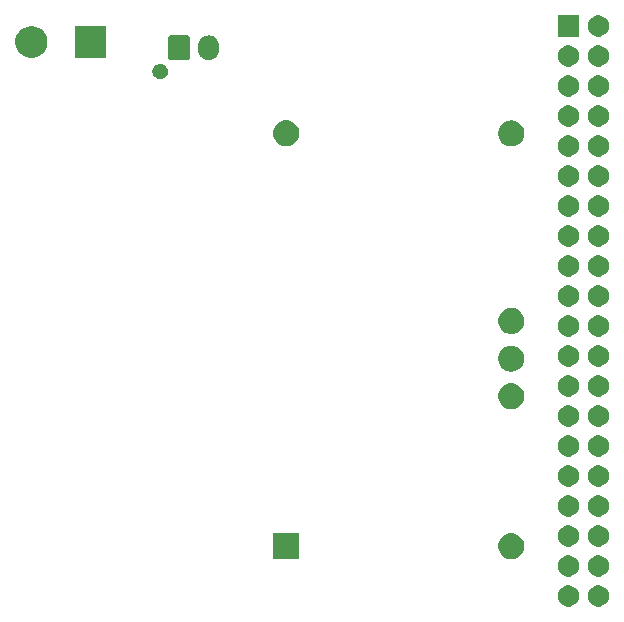
<source format=gbr>
G04 #@! TF.GenerationSoftware,KiCad,Pcbnew,5.1.5-52549c5~84~ubuntu18.04.1*
G04 #@! TF.CreationDate,2020-01-27T13:55:18+13:00*
G04 #@! TF.ProjectId,MOSSbp_Jetson_Nano_Board,4d4f5353-6270-45f4-9a65-74736f6e5f4e,V0.1*
G04 #@! TF.SameCoordinates,Original*
G04 #@! TF.FileFunction,Soldermask,Bot*
G04 #@! TF.FilePolarity,Negative*
%FSLAX46Y46*%
G04 Gerber Fmt 4.6, Leading zero omitted, Abs format (unit mm)*
G04 Created by KiCad (PCBNEW 5.1.5-52549c5~84~ubuntu18.04.1) date 2020-01-27 13:55:18*
%MOMM*%
%LPD*%
G04 APERTURE LIST*
%ADD10C,0.100000*%
G04 APERTURE END LIST*
D10*
G36*
X175113512Y-114263927D02*
G01*
X175262812Y-114293624D01*
X175426784Y-114361544D01*
X175574354Y-114460147D01*
X175699853Y-114585646D01*
X175798456Y-114733216D01*
X175866376Y-114897188D01*
X175901000Y-115071259D01*
X175901000Y-115248741D01*
X175866376Y-115422812D01*
X175798456Y-115586784D01*
X175699853Y-115734354D01*
X175574354Y-115859853D01*
X175426784Y-115958456D01*
X175262812Y-116026376D01*
X175113512Y-116056073D01*
X175088742Y-116061000D01*
X174911258Y-116061000D01*
X174886488Y-116056073D01*
X174737188Y-116026376D01*
X174573216Y-115958456D01*
X174425646Y-115859853D01*
X174300147Y-115734354D01*
X174201544Y-115586784D01*
X174133624Y-115422812D01*
X174099000Y-115248741D01*
X174099000Y-115071259D01*
X174133624Y-114897188D01*
X174201544Y-114733216D01*
X174300147Y-114585646D01*
X174425646Y-114460147D01*
X174573216Y-114361544D01*
X174737188Y-114293624D01*
X174886488Y-114263927D01*
X174911258Y-114259000D01*
X175088742Y-114259000D01*
X175113512Y-114263927D01*
G37*
G36*
X172573512Y-114263927D02*
G01*
X172722812Y-114293624D01*
X172886784Y-114361544D01*
X173034354Y-114460147D01*
X173159853Y-114585646D01*
X173258456Y-114733216D01*
X173326376Y-114897188D01*
X173361000Y-115071259D01*
X173361000Y-115248741D01*
X173326376Y-115422812D01*
X173258456Y-115586784D01*
X173159853Y-115734354D01*
X173034354Y-115859853D01*
X172886784Y-115958456D01*
X172722812Y-116026376D01*
X172573512Y-116056073D01*
X172548742Y-116061000D01*
X172371258Y-116061000D01*
X172346488Y-116056073D01*
X172197188Y-116026376D01*
X172033216Y-115958456D01*
X171885646Y-115859853D01*
X171760147Y-115734354D01*
X171661544Y-115586784D01*
X171593624Y-115422812D01*
X171559000Y-115248741D01*
X171559000Y-115071259D01*
X171593624Y-114897188D01*
X171661544Y-114733216D01*
X171760147Y-114585646D01*
X171885646Y-114460147D01*
X172033216Y-114361544D01*
X172197188Y-114293624D01*
X172346488Y-114263927D01*
X172371258Y-114259000D01*
X172548742Y-114259000D01*
X172573512Y-114263927D01*
G37*
G36*
X175113512Y-111723927D02*
G01*
X175262812Y-111753624D01*
X175426784Y-111821544D01*
X175574354Y-111920147D01*
X175699853Y-112045646D01*
X175798456Y-112193216D01*
X175866376Y-112357188D01*
X175901000Y-112531259D01*
X175901000Y-112708741D01*
X175866376Y-112882812D01*
X175798456Y-113046784D01*
X175699853Y-113194354D01*
X175574354Y-113319853D01*
X175426784Y-113418456D01*
X175262812Y-113486376D01*
X175113512Y-113516073D01*
X175088742Y-113521000D01*
X174911258Y-113521000D01*
X174886488Y-113516073D01*
X174737188Y-113486376D01*
X174573216Y-113418456D01*
X174425646Y-113319853D01*
X174300147Y-113194354D01*
X174201544Y-113046784D01*
X174133624Y-112882812D01*
X174099000Y-112708741D01*
X174099000Y-112531259D01*
X174133624Y-112357188D01*
X174201544Y-112193216D01*
X174300147Y-112045646D01*
X174425646Y-111920147D01*
X174573216Y-111821544D01*
X174737188Y-111753624D01*
X174886488Y-111723927D01*
X174911258Y-111719000D01*
X175088742Y-111719000D01*
X175113512Y-111723927D01*
G37*
G36*
X172573512Y-111723927D02*
G01*
X172722812Y-111753624D01*
X172886784Y-111821544D01*
X173034354Y-111920147D01*
X173159853Y-112045646D01*
X173258456Y-112193216D01*
X173326376Y-112357188D01*
X173361000Y-112531259D01*
X173361000Y-112708741D01*
X173326376Y-112882812D01*
X173258456Y-113046784D01*
X173159853Y-113194354D01*
X173034354Y-113319853D01*
X172886784Y-113418456D01*
X172722812Y-113486376D01*
X172573512Y-113516073D01*
X172548742Y-113521000D01*
X172371258Y-113521000D01*
X172346488Y-113516073D01*
X172197188Y-113486376D01*
X172033216Y-113418456D01*
X171885646Y-113319853D01*
X171760147Y-113194354D01*
X171661544Y-113046784D01*
X171593624Y-112882812D01*
X171559000Y-112708741D01*
X171559000Y-112531259D01*
X171593624Y-112357188D01*
X171661544Y-112193216D01*
X171760147Y-112045646D01*
X171885646Y-111920147D01*
X172033216Y-111821544D01*
X172197188Y-111753624D01*
X172346488Y-111723927D01*
X172371258Y-111719000D01*
X172548742Y-111719000D01*
X172573512Y-111723927D01*
G37*
G36*
X149671000Y-112041000D02*
G01*
X147469000Y-112041000D01*
X147469000Y-109839000D01*
X149671000Y-109839000D01*
X149671000Y-112041000D01*
G37*
G36*
X167834795Y-109860156D02*
G01*
X167941150Y-109881311D01*
X168141520Y-109964307D01*
X168321844Y-110084795D01*
X168475205Y-110238156D01*
X168595693Y-110418480D01*
X168678689Y-110618851D01*
X168721000Y-110831560D01*
X168721000Y-111048440D01*
X168678689Y-111261149D01*
X168595693Y-111461520D01*
X168475205Y-111641844D01*
X168321844Y-111795205D01*
X168141520Y-111915693D01*
X168041334Y-111957191D01*
X167941150Y-111998689D01*
X167834794Y-112019845D01*
X167728440Y-112041000D01*
X167511560Y-112041000D01*
X167405206Y-112019845D01*
X167298850Y-111998689D01*
X167198666Y-111957191D01*
X167098480Y-111915693D01*
X166918156Y-111795205D01*
X166764795Y-111641844D01*
X166644307Y-111461520D01*
X166561311Y-111261149D01*
X166519000Y-111048440D01*
X166519000Y-110831560D01*
X166561311Y-110618851D01*
X166644307Y-110418480D01*
X166764795Y-110238156D01*
X166918156Y-110084795D01*
X167098480Y-109964307D01*
X167298850Y-109881311D01*
X167405205Y-109860156D01*
X167511560Y-109839000D01*
X167728440Y-109839000D01*
X167834795Y-109860156D01*
G37*
G36*
X172573512Y-109183927D02*
G01*
X172722812Y-109213624D01*
X172886784Y-109281544D01*
X173034354Y-109380147D01*
X173159853Y-109505646D01*
X173258456Y-109653216D01*
X173326376Y-109817188D01*
X173361000Y-109991259D01*
X173361000Y-110168741D01*
X173326376Y-110342812D01*
X173258456Y-110506784D01*
X173159853Y-110654354D01*
X173034354Y-110779853D01*
X172886784Y-110878456D01*
X172722812Y-110946376D01*
X172573512Y-110976073D01*
X172548742Y-110981000D01*
X172371258Y-110981000D01*
X172346488Y-110976073D01*
X172197188Y-110946376D01*
X172033216Y-110878456D01*
X171885646Y-110779853D01*
X171760147Y-110654354D01*
X171661544Y-110506784D01*
X171593624Y-110342812D01*
X171559000Y-110168741D01*
X171559000Y-109991259D01*
X171593624Y-109817188D01*
X171661544Y-109653216D01*
X171760147Y-109505646D01*
X171885646Y-109380147D01*
X172033216Y-109281544D01*
X172197188Y-109213624D01*
X172346488Y-109183927D01*
X172371258Y-109179000D01*
X172548742Y-109179000D01*
X172573512Y-109183927D01*
G37*
G36*
X175113512Y-109183927D02*
G01*
X175262812Y-109213624D01*
X175426784Y-109281544D01*
X175574354Y-109380147D01*
X175699853Y-109505646D01*
X175798456Y-109653216D01*
X175866376Y-109817188D01*
X175901000Y-109991259D01*
X175901000Y-110168741D01*
X175866376Y-110342812D01*
X175798456Y-110506784D01*
X175699853Y-110654354D01*
X175574354Y-110779853D01*
X175426784Y-110878456D01*
X175262812Y-110946376D01*
X175113512Y-110976073D01*
X175088742Y-110981000D01*
X174911258Y-110981000D01*
X174886488Y-110976073D01*
X174737188Y-110946376D01*
X174573216Y-110878456D01*
X174425646Y-110779853D01*
X174300147Y-110654354D01*
X174201544Y-110506784D01*
X174133624Y-110342812D01*
X174099000Y-110168741D01*
X174099000Y-109991259D01*
X174133624Y-109817188D01*
X174201544Y-109653216D01*
X174300147Y-109505646D01*
X174425646Y-109380147D01*
X174573216Y-109281544D01*
X174737188Y-109213624D01*
X174886488Y-109183927D01*
X174911258Y-109179000D01*
X175088742Y-109179000D01*
X175113512Y-109183927D01*
G37*
G36*
X172573512Y-106643927D02*
G01*
X172722812Y-106673624D01*
X172886784Y-106741544D01*
X173034354Y-106840147D01*
X173159853Y-106965646D01*
X173258456Y-107113216D01*
X173326376Y-107277188D01*
X173361000Y-107451259D01*
X173361000Y-107628741D01*
X173326376Y-107802812D01*
X173258456Y-107966784D01*
X173159853Y-108114354D01*
X173034354Y-108239853D01*
X172886784Y-108338456D01*
X172722812Y-108406376D01*
X172573512Y-108436073D01*
X172548742Y-108441000D01*
X172371258Y-108441000D01*
X172346488Y-108436073D01*
X172197188Y-108406376D01*
X172033216Y-108338456D01*
X171885646Y-108239853D01*
X171760147Y-108114354D01*
X171661544Y-107966784D01*
X171593624Y-107802812D01*
X171559000Y-107628741D01*
X171559000Y-107451259D01*
X171593624Y-107277188D01*
X171661544Y-107113216D01*
X171760147Y-106965646D01*
X171885646Y-106840147D01*
X172033216Y-106741544D01*
X172197188Y-106673624D01*
X172346488Y-106643927D01*
X172371258Y-106639000D01*
X172548742Y-106639000D01*
X172573512Y-106643927D01*
G37*
G36*
X175113512Y-106643927D02*
G01*
X175262812Y-106673624D01*
X175426784Y-106741544D01*
X175574354Y-106840147D01*
X175699853Y-106965646D01*
X175798456Y-107113216D01*
X175866376Y-107277188D01*
X175901000Y-107451259D01*
X175901000Y-107628741D01*
X175866376Y-107802812D01*
X175798456Y-107966784D01*
X175699853Y-108114354D01*
X175574354Y-108239853D01*
X175426784Y-108338456D01*
X175262812Y-108406376D01*
X175113512Y-108436073D01*
X175088742Y-108441000D01*
X174911258Y-108441000D01*
X174886488Y-108436073D01*
X174737188Y-108406376D01*
X174573216Y-108338456D01*
X174425646Y-108239853D01*
X174300147Y-108114354D01*
X174201544Y-107966784D01*
X174133624Y-107802812D01*
X174099000Y-107628741D01*
X174099000Y-107451259D01*
X174133624Y-107277188D01*
X174201544Y-107113216D01*
X174300147Y-106965646D01*
X174425646Y-106840147D01*
X174573216Y-106741544D01*
X174737188Y-106673624D01*
X174886488Y-106643927D01*
X174911258Y-106639000D01*
X175088742Y-106639000D01*
X175113512Y-106643927D01*
G37*
G36*
X175113512Y-104103927D02*
G01*
X175262812Y-104133624D01*
X175426784Y-104201544D01*
X175574354Y-104300147D01*
X175699853Y-104425646D01*
X175798456Y-104573216D01*
X175866376Y-104737188D01*
X175901000Y-104911259D01*
X175901000Y-105088741D01*
X175866376Y-105262812D01*
X175798456Y-105426784D01*
X175699853Y-105574354D01*
X175574354Y-105699853D01*
X175426784Y-105798456D01*
X175262812Y-105866376D01*
X175113512Y-105896073D01*
X175088742Y-105901000D01*
X174911258Y-105901000D01*
X174886488Y-105896073D01*
X174737188Y-105866376D01*
X174573216Y-105798456D01*
X174425646Y-105699853D01*
X174300147Y-105574354D01*
X174201544Y-105426784D01*
X174133624Y-105262812D01*
X174099000Y-105088741D01*
X174099000Y-104911259D01*
X174133624Y-104737188D01*
X174201544Y-104573216D01*
X174300147Y-104425646D01*
X174425646Y-104300147D01*
X174573216Y-104201544D01*
X174737188Y-104133624D01*
X174886488Y-104103927D01*
X174911258Y-104099000D01*
X175088742Y-104099000D01*
X175113512Y-104103927D01*
G37*
G36*
X172573512Y-104103927D02*
G01*
X172722812Y-104133624D01*
X172886784Y-104201544D01*
X173034354Y-104300147D01*
X173159853Y-104425646D01*
X173258456Y-104573216D01*
X173326376Y-104737188D01*
X173361000Y-104911259D01*
X173361000Y-105088741D01*
X173326376Y-105262812D01*
X173258456Y-105426784D01*
X173159853Y-105574354D01*
X173034354Y-105699853D01*
X172886784Y-105798456D01*
X172722812Y-105866376D01*
X172573512Y-105896073D01*
X172548742Y-105901000D01*
X172371258Y-105901000D01*
X172346488Y-105896073D01*
X172197188Y-105866376D01*
X172033216Y-105798456D01*
X171885646Y-105699853D01*
X171760147Y-105574354D01*
X171661544Y-105426784D01*
X171593624Y-105262812D01*
X171559000Y-105088741D01*
X171559000Y-104911259D01*
X171593624Y-104737188D01*
X171661544Y-104573216D01*
X171760147Y-104425646D01*
X171885646Y-104300147D01*
X172033216Y-104201544D01*
X172197188Y-104133624D01*
X172346488Y-104103927D01*
X172371258Y-104099000D01*
X172548742Y-104099000D01*
X172573512Y-104103927D01*
G37*
G36*
X172573512Y-101563927D02*
G01*
X172722812Y-101593624D01*
X172886784Y-101661544D01*
X173034354Y-101760147D01*
X173159853Y-101885646D01*
X173258456Y-102033216D01*
X173326376Y-102197188D01*
X173361000Y-102371259D01*
X173361000Y-102548741D01*
X173326376Y-102722812D01*
X173258456Y-102886784D01*
X173159853Y-103034354D01*
X173034354Y-103159853D01*
X172886784Y-103258456D01*
X172722812Y-103326376D01*
X172573512Y-103356073D01*
X172548742Y-103361000D01*
X172371258Y-103361000D01*
X172346488Y-103356073D01*
X172197188Y-103326376D01*
X172033216Y-103258456D01*
X171885646Y-103159853D01*
X171760147Y-103034354D01*
X171661544Y-102886784D01*
X171593624Y-102722812D01*
X171559000Y-102548741D01*
X171559000Y-102371259D01*
X171593624Y-102197188D01*
X171661544Y-102033216D01*
X171760147Y-101885646D01*
X171885646Y-101760147D01*
X172033216Y-101661544D01*
X172197188Y-101593624D01*
X172346488Y-101563927D01*
X172371258Y-101559000D01*
X172548742Y-101559000D01*
X172573512Y-101563927D01*
G37*
G36*
X175113512Y-101563927D02*
G01*
X175262812Y-101593624D01*
X175426784Y-101661544D01*
X175574354Y-101760147D01*
X175699853Y-101885646D01*
X175798456Y-102033216D01*
X175866376Y-102197188D01*
X175901000Y-102371259D01*
X175901000Y-102548741D01*
X175866376Y-102722812D01*
X175798456Y-102886784D01*
X175699853Y-103034354D01*
X175574354Y-103159853D01*
X175426784Y-103258456D01*
X175262812Y-103326376D01*
X175113512Y-103356073D01*
X175088742Y-103361000D01*
X174911258Y-103361000D01*
X174886488Y-103356073D01*
X174737188Y-103326376D01*
X174573216Y-103258456D01*
X174425646Y-103159853D01*
X174300147Y-103034354D01*
X174201544Y-102886784D01*
X174133624Y-102722812D01*
X174099000Y-102548741D01*
X174099000Y-102371259D01*
X174133624Y-102197188D01*
X174201544Y-102033216D01*
X174300147Y-101885646D01*
X174425646Y-101760147D01*
X174573216Y-101661544D01*
X174737188Y-101593624D01*
X174886488Y-101563927D01*
X174911258Y-101559000D01*
X175088742Y-101559000D01*
X175113512Y-101563927D01*
G37*
G36*
X172573512Y-99023927D02*
G01*
X172722812Y-99053624D01*
X172886784Y-99121544D01*
X173034354Y-99220147D01*
X173159853Y-99345646D01*
X173258456Y-99493216D01*
X173326376Y-99657188D01*
X173361000Y-99831259D01*
X173361000Y-100008741D01*
X173326376Y-100182812D01*
X173258456Y-100346784D01*
X173159853Y-100494354D01*
X173034354Y-100619853D01*
X172886784Y-100718456D01*
X172722812Y-100786376D01*
X172573512Y-100816073D01*
X172548742Y-100821000D01*
X172371258Y-100821000D01*
X172346488Y-100816073D01*
X172197188Y-100786376D01*
X172033216Y-100718456D01*
X171885646Y-100619853D01*
X171760147Y-100494354D01*
X171661544Y-100346784D01*
X171593624Y-100182812D01*
X171559000Y-100008741D01*
X171559000Y-99831259D01*
X171593624Y-99657188D01*
X171661544Y-99493216D01*
X171760147Y-99345646D01*
X171885646Y-99220147D01*
X172033216Y-99121544D01*
X172197188Y-99053624D01*
X172346488Y-99023927D01*
X172371258Y-99019000D01*
X172548742Y-99019000D01*
X172573512Y-99023927D01*
G37*
G36*
X175113512Y-99023927D02*
G01*
X175262812Y-99053624D01*
X175426784Y-99121544D01*
X175574354Y-99220147D01*
X175699853Y-99345646D01*
X175798456Y-99493216D01*
X175866376Y-99657188D01*
X175901000Y-99831259D01*
X175901000Y-100008741D01*
X175866376Y-100182812D01*
X175798456Y-100346784D01*
X175699853Y-100494354D01*
X175574354Y-100619853D01*
X175426784Y-100718456D01*
X175262812Y-100786376D01*
X175113512Y-100816073D01*
X175088742Y-100821000D01*
X174911258Y-100821000D01*
X174886488Y-100816073D01*
X174737188Y-100786376D01*
X174573216Y-100718456D01*
X174425646Y-100619853D01*
X174300147Y-100494354D01*
X174201544Y-100346784D01*
X174133624Y-100182812D01*
X174099000Y-100008741D01*
X174099000Y-99831259D01*
X174133624Y-99657188D01*
X174201544Y-99493216D01*
X174300147Y-99345646D01*
X174425646Y-99220147D01*
X174573216Y-99121544D01*
X174737188Y-99053624D01*
X174886488Y-99023927D01*
X174911258Y-99019000D01*
X175088742Y-99019000D01*
X175113512Y-99023927D01*
G37*
G36*
X167834795Y-97160156D02*
G01*
X167941150Y-97181311D01*
X168141520Y-97264307D01*
X168321844Y-97384795D01*
X168475205Y-97538156D01*
X168595693Y-97718480D01*
X168678689Y-97918851D01*
X168721000Y-98131560D01*
X168721000Y-98348440D01*
X168678689Y-98561149D01*
X168595693Y-98761520D01*
X168475205Y-98941844D01*
X168321844Y-99095205D01*
X168141520Y-99215693D01*
X167941150Y-99298689D01*
X167834795Y-99319844D01*
X167728440Y-99341000D01*
X167511560Y-99341000D01*
X167405206Y-99319845D01*
X167298850Y-99298689D01*
X167098480Y-99215693D01*
X166918156Y-99095205D01*
X166764795Y-98941844D01*
X166644307Y-98761520D01*
X166561311Y-98561149D01*
X166519000Y-98348440D01*
X166519000Y-98131560D01*
X166561311Y-97918851D01*
X166644307Y-97718480D01*
X166764795Y-97538156D01*
X166918156Y-97384795D01*
X167098480Y-97264307D01*
X167298850Y-97181311D01*
X167405206Y-97160155D01*
X167511560Y-97139000D01*
X167728440Y-97139000D01*
X167834795Y-97160156D01*
G37*
G36*
X175113512Y-96483927D02*
G01*
X175262812Y-96513624D01*
X175426784Y-96581544D01*
X175574354Y-96680147D01*
X175699853Y-96805646D01*
X175798456Y-96953216D01*
X175866376Y-97117188D01*
X175901000Y-97291259D01*
X175901000Y-97468741D01*
X175866376Y-97642812D01*
X175798456Y-97806784D01*
X175699853Y-97954354D01*
X175574354Y-98079853D01*
X175426784Y-98178456D01*
X175262812Y-98246376D01*
X175113512Y-98276073D01*
X175088742Y-98281000D01*
X174911258Y-98281000D01*
X174886488Y-98276073D01*
X174737188Y-98246376D01*
X174573216Y-98178456D01*
X174425646Y-98079853D01*
X174300147Y-97954354D01*
X174201544Y-97806784D01*
X174133624Y-97642812D01*
X174099000Y-97468741D01*
X174099000Y-97291259D01*
X174133624Y-97117188D01*
X174201544Y-96953216D01*
X174300147Y-96805646D01*
X174425646Y-96680147D01*
X174573216Y-96581544D01*
X174737188Y-96513624D01*
X174886488Y-96483927D01*
X174911258Y-96479000D01*
X175088742Y-96479000D01*
X175113512Y-96483927D01*
G37*
G36*
X172573512Y-96483927D02*
G01*
X172722812Y-96513624D01*
X172886784Y-96581544D01*
X173034354Y-96680147D01*
X173159853Y-96805646D01*
X173258456Y-96953216D01*
X173326376Y-97117188D01*
X173361000Y-97291259D01*
X173361000Y-97468741D01*
X173326376Y-97642812D01*
X173258456Y-97806784D01*
X173159853Y-97954354D01*
X173034354Y-98079853D01*
X172886784Y-98178456D01*
X172722812Y-98246376D01*
X172573512Y-98276073D01*
X172548742Y-98281000D01*
X172371258Y-98281000D01*
X172346488Y-98276073D01*
X172197188Y-98246376D01*
X172033216Y-98178456D01*
X171885646Y-98079853D01*
X171760147Y-97954354D01*
X171661544Y-97806784D01*
X171593624Y-97642812D01*
X171559000Y-97468741D01*
X171559000Y-97291259D01*
X171593624Y-97117188D01*
X171661544Y-96953216D01*
X171760147Y-96805646D01*
X171885646Y-96680147D01*
X172033216Y-96581544D01*
X172197188Y-96513624D01*
X172346488Y-96483927D01*
X172371258Y-96479000D01*
X172548742Y-96479000D01*
X172573512Y-96483927D01*
G37*
G36*
X167801959Y-93973624D02*
G01*
X167941150Y-94001311D01*
X168038281Y-94041544D01*
X168141520Y-94084307D01*
X168321844Y-94204795D01*
X168475205Y-94358156D01*
X168595693Y-94538480D01*
X168678689Y-94738851D01*
X168721000Y-94951560D01*
X168721000Y-95168440D01*
X168678689Y-95381149D01*
X168595693Y-95581520D01*
X168475205Y-95761844D01*
X168321844Y-95915205D01*
X168141520Y-96035693D01*
X167941150Y-96118689D01*
X167834795Y-96139844D01*
X167728440Y-96161000D01*
X167511560Y-96161000D01*
X167405205Y-96139844D01*
X167298850Y-96118689D01*
X167198666Y-96077191D01*
X167098480Y-96035693D01*
X166918156Y-95915205D01*
X166764795Y-95761844D01*
X166644307Y-95581520D01*
X166561311Y-95381149D01*
X166519000Y-95168440D01*
X166519000Y-94951560D01*
X166561311Y-94738851D01*
X166644307Y-94538480D01*
X166764795Y-94358156D01*
X166918156Y-94204795D01*
X167098480Y-94084307D01*
X167201719Y-94041544D01*
X167298850Y-94001311D01*
X167438041Y-93973624D01*
X167511560Y-93959000D01*
X167728440Y-93959000D01*
X167801959Y-93973624D01*
G37*
G36*
X175113512Y-93943927D02*
G01*
X175262812Y-93973624D01*
X175426784Y-94041544D01*
X175574354Y-94140147D01*
X175699853Y-94265646D01*
X175798456Y-94413216D01*
X175866376Y-94577188D01*
X175901000Y-94751259D01*
X175901000Y-94928741D01*
X175866376Y-95102812D01*
X175798456Y-95266784D01*
X175699853Y-95414354D01*
X175574354Y-95539853D01*
X175426784Y-95638456D01*
X175262812Y-95706376D01*
X175113512Y-95736073D01*
X175088742Y-95741000D01*
X174911258Y-95741000D01*
X174886488Y-95736073D01*
X174737188Y-95706376D01*
X174573216Y-95638456D01*
X174425646Y-95539853D01*
X174300147Y-95414354D01*
X174201544Y-95266784D01*
X174133624Y-95102812D01*
X174099000Y-94928741D01*
X174099000Y-94751259D01*
X174133624Y-94577188D01*
X174201544Y-94413216D01*
X174300147Y-94265646D01*
X174425646Y-94140147D01*
X174573216Y-94041544D01*
X174737188Y-93973624D01*
X174886488Y-93943927D01*
X174911258Y-93939000D01*
X175088742Y-93939000D01*
X175113512Y-93943927D01*
G37*
G36*
X172573512Y-93943927D02*
G01*
X172722812Y-93973624D01*
X172886784Y-94041544D01*
X173034354Y-94140147D01*
X173159853Y-94265646D01*
X173258456Y-94413216D01*
X173326376Y-94577188D01*
X173361000Y-94751259D01*
X173361000Y-94928741D01*
X173326376Y-95102812D01*
X173258456Y-95266784D01*
X173159853Y-95414354D01*
X173034354Y-95539853D01*
X172886784Y-95638456D01*
X172722812Y-95706376D01*
X172573512Y-95736073D01*
X172548742Y-95741000D01*
X172371258Y-95741000D01*
X172346488Y-95736073D01*
X172197188Y-95706376D01*
X172033216Y-95638456D01*
X171885646Y-95539853D01*
X171760147Y-95414354D01*
X171661544Y-95266784D01*
X171593624Y-95102812D01*
X171559000Y-94928741D01*
X171559000Y-94751259D01*
X171593624Y-94577188D01*
X171661544Y-94413216D01*
X171760147Y-94265646D01*
X171885646Y-94140147D01*
X172033216Y-94041544D01*
X172197188Y-93973624D01*
X172346488Y-93943927D01*
X172371258Y-93939000D01*
X172548742Y-93939000D01*
X172573512Y-93943927D01*
G37*
G36*
X172573512Y-91403927D02*
G01*
X172722812Y-91433624D01*
X172886784Y-91501544D01*
X173034354Y-91600147D01*
X173159853Y-91725646D01*
X173258456Y-91873216D01*
X173326376Y-92037188D01*
X173361000Y-92211259D01*
X173361000Y-92388741D01*
X173326376Y-92562812D01*
X173258456Y-92726784D01*
X173159853Y-92874354D01*
X173034354Y-92999853D01*
X172886784Y-93098456D01*
X172722812Y-93166376D01*
X172573512Y-93196073D01*
X172548742Y-93201000D01*
X172371258Y-93201000D01*
X172346488Y-93196073D01*
X172197188Y-93166376D01*
X172033216Y-93098456D01*
X171885646Y-92999853D01*
X171760147Y-92874354D01*
X171661544Y-92726784D01*
X171593624Y-92562812D01*
X171559000Y-92388741D01*
X171559000Y-92211259D01*
X171593624Y-92037188D01*
X171661544Y-91873216D01*
X171760147Y-91725646D01*
X171885646Y-91600147D01*
X172033216Y-91501544D01*
X172197188Y-91433624D01*
X172346488Y-91403927D01*
X172371258Y-91399000D01*
X172548742Y-91399000D01*
X172573512Y-91403927D01*
G37*
G36*
X175113512Y-91403927D02*
G01*
X175262812Y-91433624D01*
X175426784Y-91501544D01*
X175574354Y-91600147D01*
X175699853Y-91725646D01*
X175798456Y-91873216D01*
X175866376Y-92037188D01*
X175901000Y-92211259D01*
X175901000Y-92388741D01*
X175866376Y-92562812D01*
X175798456Y-92726784D01*
X175699853Y-92874354D01*
X175574354Y-92999853D01*
X175426784Y-93098456D01*
X175262812Y-93166376D01*
X175113512Y-93196073D01*
X175088742Y-93201000D01*
X174911258Y-93201000D01*
X174886488Y-93196073D01*
X174737188Y-93166376D01*
X174573216Y-93098456D01*
X174425646Y-92999853D01*
X174300147Y-92874354D01*
X174201544Y-92726784D01*
X174133624Y-92562812D01*
X174099000Y-92388741D01*
X174099000Y-92211259D01*
X174133624Y-92037188D01*
X174201544Y-91873216D01*
X174300147Y-91725646D01*
X174425646Y-91600147D01*
X174573216Y-91501544D01*
X174737188Y-91433624D01*
X174886488Y-91403927D01*
X174911258Y-91399000D01*
X175088742Y-91399000D01*
X175113512Y-91403927D01*
G37*
G36*
X167844795Y-90800156D02*
G01*
X167951150Y-90821311D01*
X168151520Y-90904307D01*
X168331844Y-91024795D01*
X168485205Y-91178156D01*
X168605693Y-91358480D01*
X168636819Y-91433625D01*
X168688689Y-91558850D01*
X168731000Y-91771561D01*
X168731000Y-91988439D01*
X168688689Y-92201150D01*
X168605693Y-92401520D01*
X168485205Y-92581844D01*
X168331844Y-92735205D01*
X168151520Y-92855693D01*
X168106468Y-92874354D01*
X167951150Y-92938689D01*
X167844795Y-92959844D01*
X167738440Y-92981000D01*
X167521560Y-92981000D01*
X167415205Y-92959844D01*
X167308850Y-92938689D01*
X167153532Y-92874354D01*
X167108480Y-92855693D01*
X166928156Y-92735205D01*
X166774795Y-92581844D01*
X166654307Y-92401520D01*
X166571311Y-92201150D01*
X166529000Y-91988439D01*
X166529000Y-91771561D01*
X166571311Y-91558850D01*
X166623181Y-91433625D01*
X166654307Y-91358480D01*
X166774795Y-91178156D01*
X166928156Y-91024795D01*
X167108480Y-90904307D01*
X167208666Y-90862809D01*
X167308850Y-90821311D01*
X167415206Y-90800155D01*
X167521560Y-90779000D01*
X167738440Y-90779000D01*
X167844795Y-90800156D01*
G37*
G36*
X172573512Y-88863927D02*
G01*
X172722812Y-88893624D01*
X172886784Y-88961544D01*
X173034354Y-89060147D01*
X173159853Y-89185646D01*
X173258456Y-89333216D01*
X173326376Y-89497188D01*
X173361000Y-89671259D01*
X173361000Y-89848741D01*
X173326376Y-90022812D01*
X173258456Y-90186784D01*
X173159853Y-90334354D01*
X173034354Y-90459853D01*
X172886784Y-90558456D01*
X172722812Y-90626376D01*
X172573512Y-90656073D01*
X172548742Y-90661000D01*
X172371258Y-90661000D01*
X172346488Y-90656073D01*
X172197188Y-90626376D01*
X172033216Y-90558456D01*
X171885646Y-90459853D01*
X171760147Y-90334354D01*
X171661544Y-90186784D01*
X171593624Y-90022812D01*
X171559000Y-89848741D01*
X171559000Y-89671259D01*
X171593624Y-89497188D01*
X171661544Y-89333216D01*
X171760147Y-89185646D01*
X171885646Y-89060147D01*
X172033216Y-88961544D01*
X172197188Y-88893624D01*
X172346488Y-88863927D01*
X172371258Y-88859000D01*
X172548742Y-88859000D01*
X172573512Y-88863927D01*
G37*
G36*
X175113512Y-88863927D02*
G01*
X175262812Y-88893624D01*
X175426784Y-88961544D01*
X175574354Y-89060147D01*
X175699853Y-89185646D01*
X175798456Y-89333216D01*
X175866376Y-89497188D01*
X175901000Y-89671259D01*
X175901000Y-89848741D01*
X175866376Y-90022812D01*
X175798456Y-90186784D01*
X175699853Y-90334354D01*
X175574354Y-90459853D01*
X175426784Y-90558456D01*
X175262812Y-90626376D01*
X175113512Y-90656073D01*
X175088742Y-90661000D01*
X174911258Y-90661000D01*
X174886488Y-90656073D01*
X174737188Y-90626376D01*
X174573216Y-90558456D01*
X174425646Y-90459853D01*
X174300147Y-90334354D01*
X174201544Y-90186784D01*
X174133624Y-90022812D01*
X174099000Y-89848741D01*
X174099000Y-89671259D01*
X174133624Y-89497188D01*
X174201544Y-89333216D01*
X174300147Y-89185646D01*
X174425646Y-89060147D01*
X174573216Y-88961544D01*
X174737188Y-88893624D01*
X174886488Y-88863927D01*
X174911258Y-88859000D01*
X175088742Y-88859000D01*
X175113512Y-88863927D01*
G37*
G36*
X175113512Y-86323927D02*
G01*
X175262812Y-86353624D01*
X175426784Y-86421544D01*
X175574354Y-86520147D01*
X175699853Y-86645646D01*
X175798456Y-86793216D01*
X175866376Y-86957188D01*
X175901000Y-87131259D01*
X175901000Y-87308741D01*
X175866376Y-87482812D01*
X175798456Y-87646784D01*
X175699853Y-87794354D01*
X175574354Y-87919853D01*
X175426784Y-88018456D01*
X175262812Y-88086376D01*
X175113512Y-88116073D01*
X175088742Y-88121000D01*
X174911258Y-88121000D01*
X174886488Y-88116073D01*
X174737188Y-88086376D01*
X174573216Y-88018456D01*
X174425646Y-87919853D01*
X174300147Y-87794354D01*
X174201544Y-87646784D01*
X174133624Y-87482812D01*
X174099000Y-87308741D01*
X174099000Y-87131259D01*
X174133624Y-86957188D01*
X174201544Y-86793216D01*
X174300147Y-86645646D01*
X174425646Y-86520147D01*
X174573216Y-86421544D01*
X174737188Y-86353624D01*
X174886488Y-86323927D01*
X174911258Y-86319000D01*
X175088742Y-86319000D01*
X175113512Y-86323927D01*
G37*
G36*
X172573512Y-86323927D02*
G01*
X172722812Y-86353624D01*
X172886784Y-86421544D01*
X173034354Y-86520147D01*
X173159853Y-86645646D01*
X173258456Y-86793216D01*
X173326376Y-86957188D01*
X173361000Y-87131259D01*
X173361000Y-87308741D01*
X173326376Y-87482812D01*
X173258456Y-87646784D01*
X173159853Y-87794354D01*
X173034354Y-87919853D01*
X172886784Y-88018456D01*
X172722812Y-88086376D01*
X172573512Y-88116073D01*
X172548742Y-88121000D01*
X172371258Y-88121000D01*
X172346488Y-88116073D01*
X172197188Y-88086376D01*
X172033216Y-88018456D01*
X171885646Y-87919853D01*
X171760147Y-87794354D01*
X171661544Y-87646784D01*
X171593624Y-87482812D01*
X171559000Y-87308741D01*
X171559000Y-87131259D01*
X171593624Y-86957188D01*
X171661544Y-86793216D01*
X171760147Y-86645646D01*
X171885646Y-86520147D01*
X172033216Y-86421544D01*
X172197188Y-86353624D01*
X172346488Y-86323927D01*
X172371258Y-86319000D01*
X172548742Y-86319000D01*
X172573512Y-86323927D01*
G37*
G36*
X175113512Y-83783927D02*
G01*
X175262812Y-83813624D01*
X175426784Y-83881544D01*
X175574354Y-83980147D01*
X175699853Y-84105646D01*
X175798456Y-84253216D01*
X175866376Y-84417188D01*
X175901000Y-84591259D01*
X175901000Y-84768741D01*
X175866376Y-84942812D01*
X175798456Y-85106784D01*
X175699853Y-85254354D01*
X175574354Y-85379853D01*
X175426784Y-85478456D01*
X175262812Y-85546376D01*
X175113512Y-85576073D01*
X175088742Y-85581000D01*
X174911258Y-85581000D01*
X174886488Y-85576073D01*
X174737188Y-85546376D01*
X174573216Y-85478456D01*
X174425646Y-85379853D01*
X174300147Y-85254354D01*
X174201544Y-85106784D01*
X174133624Y-84942812D01*
X174099000Y-84768741D01*
X174099000Y-84591259D01*
X174133624Y-84417188D01*
X174201544Y-84253216D01*
X174300147Y-84105646D01*
X174425646Y-83980147D01*
X174573216Y-83881544D01*
X174737188Y-83813624D01*
X174886488Y-83783927D01*
X174911258Y-83779000D01*
X175088742Y-83779000D01*
X175113512Y-83783927D01*
G37*
G36*
X172573512Y-83783927D02*
G01*
X172722812Y-83813624D01*
X172886784Y-83881544D01*
X173034354Y-83980147D01*
X173159853Y-84105646D01*
X173258456Y-84253216D01*
X173326376Y-84417188D01*
X173361000Y-84591259D01*
X173361000Y-84768741D01*
X173326376Y-84942812D01*
X173258456Y-85106784D01*
X173159853Y-85254354D01*
X173034354Y-85379853D01*
X172886784Y-85478456D01*
X172722812Y-85546376D01*
X172573512Y-85576073D01*
X172548742Y-85581000D01*
X172371258Y-85581000D01*
X172346488Y-85576073D01*
X172197188Y-85546376D01*
X172033216Y-85478456D01*
X171885646Y-85379853D01*
X171760147Y-85254354D01*
X171661544Y-85106784D01*
X171593624Y-84942812D01*
X171559000Y-84768741D01*
X171559000Y-84591259D01*
X171593624Y-84417188D01*
X171661544Y-84253216D01*
X171760147Y-84105646D01*
X171885646Y-83980147D01*
X172033216Y-83881544D01*
X172197188Y-83813624D01*
X172346488Y-83783927D01*
X172371258Y-83779000D01*
X172548742Y-83779000D01*
X172573512Y-83783927D01*
G37*
G36*
X175113512Y-81243927D02*
G01*
X175262812Y-81273624D01*
X175426784Y-81341544D01*
X175574354Y-81440147D01*
X175699853Y-81565646D01*
X175798456Y-81713216D01*
X175866376Y-81877188D01*
X175901000Y-82051259D01*
X175901000Y-82228741D01*
X175866376Y-82402812D01*
X175798456Y-82566784D01*
X175699853Y-82714354D01*
X175574354Y-82839853D01*
X175426784Y-82938456D01*
X175262812Y-83006376D01*
X175113512Y-83036073D01*
X175088742Y-83041000D01*
X174911258Y-83041000D01*
X174886488Y-83036073D01*
X174737188Y-83006376D01*
X174573216Y-82938456D01*
X174425646Y-82839853D01*
X174300147Y-82714354D01*
X174201544Y-82566784D01*
X174133624Y-82402812D01*
X174099000Y-82228741D01*
X174099000Y-82051259D01*
X174133624Y-81877188D01*
X174201544Y-81713216D01*
X174300147Y-81565646D01*
X174425646Y-81440147D01*
X174573216Y-81341544D01*
X174737188Y-81273624D01*
X174886488Y-81243927D01*
X174911258Y-81239000D01*
X175088742Y-81239000D01*
X175113512Y-81243927D01*
G37*
G36*
X172573512Y-81243927D02*
G01*
X172722812Y-81273624D01*
X172886784Y-81341544D01*
X173034354Y-81440147D01*
X173159853Y-81565646D01*
X173258456Y-81713216D01*
X173326376Y-81877188D01*
X173361000Y-82051259D01*
X173361000Y-82228741D01*
X173326376Y-82402812D01*
X173258456Y-82566784D01*
X173159853Y-82714354D01*
X173034354Y-82839853D01*
X172886784Y-82938456D01*
X172722812Y-83006376D01*
X172573512Y-83036073D01*
X172548742Y-83041000D01*
X172371258Y-83041000D01*
X172346488Y-83036073D01*
X172197188Y-83006376D01*
X172033216Y-82938456D01*
X171885646Y-82839853D01*
X171760147Y-82714354D01*
X171661544Y-82566784D01*
X171593624Y-82402812D01*
X171559000Y-82228741D01*
X171559000Y-82051259D01*
X171593624Y-81877188D01*
X171661544Y-81713216D01*
X171760147Y-81565646D01*
X171885646Y-81440147D01*
X172033216Y-81341544D01*
X172197188Y-81273624D01*
X172346488Y-81243927D01*
X172371258Y-81239000D01*
X172548742Y-81239000D01*
X172573512Y-81243927D01*
G37*
G36*
X172573512Y-78703927D02*
G01*
X172722812Y-78733624D01*
X172886784Y-78801544D01*
X173034354Y-78900147D01*
X173159853Y-79025646D01*
X173258456Y-79173216D01*
X173326376Y-79337188D01*
X173361000Y-79511259D01*
X173361000Y-79688741D01*
X173326376Y-79862812D01*
X173258456Y-80026784D01*
X173159853Y-80174354D01*
X173034354Y-80299853D01*
X172886784Y-80398456D01*
X172722812Y-80466376D01*
X172573512Y-80496073D01*
X172548742Y-80501000D01*
X172371258Y-80501000D01*
X172346488Y-80496073D01*
X172197188Y-80466376D01*
X172033216Y-80398456D01*
X171885646Y-80299853D01*
X171760147Y-80174354D01*
X171661544Y-80026784D01*
X171593624Y-79862812D01*
X171559000Y-79688741D01*
X171559000Y-79511259D01*
X171593624Y-79337188D01*
X171661544Y-79173216D01*
X171760147Y-79025646D01*
X171885646Y-78900147D01*
X172033216Y-78801544D01*
X172197188Y-78733624D01*
X172346488Y-78703927D01*
X172371258Y-78699000D01*
X172548742Y-78699000D01*
X172573512Y-78703927D01*
G37*
G36*
X175113512Y-78703927D02*
G01*
X175262812Y-78733624D01*
X175426784Y-78801544D01*
X175574354Y-78900147D01*
X175699853Y-79025646D01*
X175798456Y-79173216D01*
X175866376Y-79337188D01*
X175901000Y-79511259D01*
X175901000Y-79688741D01*
X175866376Y-79862812D01*
X175798456Y-80026784D01*
X175699853Y-80174354D01*
X175574354Y-80299853D01*
X175426784Y-80398456D01*
X175262812Y-80466376D01*
X175113512Y-80496073D01*
X175088742Y-80501000D01*
X174911258Y-80501000D01*
X174886488Y-80496073D01*
X174737188Y-80466376D01*
X174573216Y-80398456D01*
X174425646Y-80299853D01*
X174300147Y-80174354D01*
X174201544Y-80026784D01*
X174133624Y-79862812D01*
X174099000Y-79688741D01*
X174099000Y-79511259D01*
X174133624Y-79337188D01*
X174201544Y-79173216D01*
X174300147Y-79025646D01*
X174425646Y-78900147D01*
X174573216Y-78801544D01*
X174737188Y-78733624D01*
X174886488Y-78703927D01*
X174911258Y-78699000D01*
X175088742Y-78699000D01*
X175113512Y-78703927D01*
G37*
G36*
X172573512Y-76163927D02*
G01*
X172722812Y-76193624D01*
X172886784Y-76261544D01*
X173034354Y-76360147D01*
X173159853Y-76485646D01*
X173258456Y-76633216D01*
X173326376Y-76797188D01*
X173361000Y-76971259D01*
X173361000Y-77148741D01*
X173326376Y-77322812D01*
X173258456Y-77486784D01*
X173159853Y-77634354D01*
X173034354Y-77759853D01*
X172886784Y-77858456D01*
X172722812Y-77926376D01*
X172573512Y-77956073D01*
X172548742Y-77961000D01*
X172371258Y-77961000D01*
X172346488Y-77956073D01*
X172197188Y-77926376D01*
X172033216Y-77858456D01*
X171885646Y-77759853D01*
X171760147Y-77634354D01*
X171661544Y-77486784D01*
X171593624Y-77322812D01*
X171559000Y-77148741D01*
X171559000Y-76971259D01*
X171593624Y-76797188D01*
X171661544Y-76633216D01*
X171760147Y-76485646D01*
X171885646Y-76360147D01*
X172033216Y-76261544D01*
X172197188Y-76193624D01*
X172346488Y-76163927D01*
X172371258Y-76159000D01*
X172548742Y-76159000D01*
X172573512Y-76163927D01*
G37*
G36*
X175113512Y-76163927D02*
G01*
X175262812Y-76193624D01*
X175426784Y-76261544D01*
X175574354Y-76360147D01*
X175699853Y-76485646D01*
X175798456Y-76633216D01*
X175866376Y-76797188D01*
X175901000Y-76971259D01*
X175901000Y-77148741D01*
X175866376Y-77322812D01*
X175798456Y-77486784D01*
X175699853Y-77634354D01*
X175574354Y-77759853D01*
X175426784Y-77858456D01*
X175262812Y-77926376D01*
X175113512Y-77956073D01*
X175088742Y-77961000D01*
X174911258Y-77961000D01*
X174886488Y-77956073D01*
X174737188Y-77926376D01*
X174573216Y-77858456D01*
X174425646Y-77759853D01*
X174300147Y-77634354D01*
X174201544Y-77486784D01*
X174133624Y-77322812D01*
X174099000Y-77148741D01*
X174099000Y-76971259D01*
X174133624Y-76797188D01*
X174201544Y-76633216D01*
X174300147Y-76485646D01*
X174425646Y-76360147D01*
X174573216Y-76261544D01*
X174737188Y-76193624D01*
X174886488Y-76163927D01*
X174911258Y-76159000D01*
X175088742Y-76159000D01*
X175113512Y-76163927D01*
G37*
G36*
X167834794Y-74920155D02*
G01*
X167941150Y-74941311D01*
X168141520Y-75024307D01*
X168321844Y-75144795D01*
X168475205Y-75298156D01*
X168595693Y-75478480D01*
X168595693Y-75478481D01*
X168670405Y-75658850D01*
X168678689Y-75678851D01*
X168721000Y-75891560D01*
X168721000Y-76108440D01*
X168678689Y-76321149D01*
X168595693Y-76521520D01*
X168475205Y-76701844D01*
X168321844Y-76855205D01*
X168141520Y-76975693D01*
X168041334Y-77017191D01*
X167941150Y-77058689D01*
X167834794Y-77079845D01*
X167728440Y-77101000D01*
X167511560Y-77101000D01*
X167405205Y-77079844D01*
X167298850Y-77058689D01*
X167198666Y-77017191D01*
X167098480Y-76975693D01*
X166918156Y-76855205D01*
X166764795Y-76701844D01*
X166644307Y-76521520D01*
X166561311Y-76321149D01*
X166519000Y-76108440D01*
X166519000Y-75891560D01*
X166561311Y-75678851D01*
X166569596Y-75658850D01*
X166644307Y-75478481D01*
X166644307Y-75478480D01*
X166764795Y-75298156D01*
X166918156Y-75144795D01*
X167098480Y-75024307D01*
X167298850Y-74941311D01*
X167405205Y-74920156D01*
X167511560Y-74899000D01*
X167728440Y-74899000D01*
X167834794Y-74920155D01*
G37*
G36*
X148768985Y-74899000D02*
G01*
X148881150Y-74921311D01*
X148942642Y-74946782D01*
X149081520Y-75004307D01*
X149261844Y-75124795D01*
X149415205Y-75278156D01*
X149535693Y-75458480D01*
X149618689Y-75658851D01*
X149661000Y-75871560D01*
X149661000Y-76088440D01*
X149640077Y-76193624D01*
X149618689Y-76301150D01*
X149594251Y-76360148D01*
X149535693Y-76501520D01*
X149415205Y-76681844D01*
X149261844Y-76835205D01*
X149081520Y-76955693D01*
X148981334Y-76997191D01*
X148881150Y-77038689D01*
X148780604Y-77058689D01*
X148668440Y-77081000D01*
X148451560Y-77081000D01*
X148339396Y-77058689D01*
X148238850Y-77038689D01*
X148138666Y-76997191D01*
X148038480Y-76955693D01*
X147858156Y-76835205D01*
X147704795Y-76681844D01*
X147584307Y-76501520D01*
X147525749Y-76360148D01*
X147501311Y-76301150D01*
X147479923Y-76193624D01*
X147459000Y-76088440D01*
X147459000Y-75871560D01*
X147501311Y-75658851D01*
X147584307Y-75458480D01*
X147704795Y-75278156D01*
X147858156Y-75124795D01*
X148038480Y-75004307D01*
X148177358Y-74946782D01*
X148238850Y-74921311D01*
X148351015Y-74899000D01*
X148451560Y-74879000D01*
X148668440Y-74879000D01*
X148768985Y-74899000D01*
G37*
G36*
X172573512Y-73623927D02*
G01*
X172722812Y-73653624D01*
X172886784Y-73721544D01*
X173034354Y-73820147D01*
X173159853Y-73945646D01*
X173258456Y-74093216D01*
X173326376Y-74257188D01*
X173361000Y-74431259D01*
X173361000Y-74608741D01*
X173326376Y-74782812D01*
X173258456Y-74946784D01*
X173159853Y-75094354D01*
X173034354Y-75219853D01*
X172886784Y-75318456D01*
X172722812Y-75386376D01*
X172573512Y-75416073D01*
X172548742Y-75421000D01*
X172371258Y-75421000D01*
X172346488Y-75416073D01*
X172197188Y-75386376D01*
X172033216Y-75318456D01*
X171885646Y-75219853D01*
X171760147Y-75094354D01*
X171661544Y-74946784D01*
X171593624Y-74782812D01*
X171559000Y-74608741D01*
X171559000Y-74431259D01*
X171593624Y-74257188D01*
X171661544Y-74093216D01*
X171760147Y-73945646D01*
X171885646Y-73820147D01*
X172033216Y-73721544D01*
X172197188Y-73653624D01*
X172346488Y-73623927D01*
X172371258Y-73619000D01*
X172548742Y-73619000D01*
X172573512Y-73623927D01*
G37*
G36*
X175113512Y-73623927D02*
G01*
X175262812Y-73653624D01*
X175426784Y-73721544D01*
X175574354Y-73820147D01*
X175699853Y-73945646D01*
X175798456Y-74093216D01*
X175866376Y-74257188D01*
X175901000Y-74431259D01*
X175901000Y-74608741D01*
X175866376Y-74782812D01*
X175798456Y-74946784D01*
X175699853Y-75094354D01*
X175574354Y-75219853D01*
X175426784Y-75318456D01*
X175262812Y-75386376D01*
X175113512Y-75416073D01*
X175088742Y-75421000D01*
X174911258Y-75421000D01*
X174886488Y-75416073D01*
X174737188Y-75386376D01*
X174573216Y-75318456D01*
X174425646Y-75219853D01*
X174300147Y-75094354D01*
X174201544Y-74946784D01*
X174133624Y-74782812D01*
X174099000Y-74608741D01*
X174099000Y-74431259D01*
X174133624Y-74257188D01*
X174201544Y-74093216D01*
X174300147Y-73945646D01*
X174425646Y-73820147D01*
X174573216Y-73721544D01*
X174737188Y-73653624D01*
X174886488Y-73623927D01*
X174911258Y-73619000D01*
X175088742Y-73619000D01*
X175113512Y-73623927D01*
G37*
G36*
X172573512Y-71083927D02*
G01*
X172722812Y-71113624D01*
X172886784Y-71181544D01*
X173034354Y-71280147D01*
X173159853Y-71405646D01*
X173258456Y-71553216D01*
X173326376Y-71717188D01*
X173361000Y-71891259D01*
X173361000Y-72068741D01*
X173326376Y-72242812D01*
X173258456Y-72406784D01*
X173159853Y-72554354D01*
X173034354Y-72679853D01*
X172886784Y-72778456D01*
X172722812Y-72846376D01*
X172573512Y-72876073D01*
X172548742Y-72881000D01*
X172371258Y-72881000D01*
X172346488Y-72876073D01*
X172197188Y-72846376D01*
X172033216Y-72778456D01*
X171885646Y-72679853D01*
X171760147Y-72554354D01*
X171661544Y-72406784D01*
X171593624Y-72242812D01*
X171559000Y-72068741D01*
X171559000Y-71891259D01*
X171593624Y-71717188D01*
X171661544Y-71553216D01*
X171760147Y-71405646D01*
X171885646Y-71280147D01*
X172033216Y-71181544D01*
X172197188Y-71113624D01*
X172346488Y-71083927D01*
X172371258Y-71079000D01*
X172548742Y-71079000D01*
X172573512Y-71083927D01*
G37*
G36*
X175113512Y-71083927D02*
G01*
X175262812Y-71113624D01*
X175426784Y-71181544D01*
X175574354Y-71280147D01*
X175699853Y-71405646D01*
X175798456Y-71553216D01*
X175866376Y-71717188D01*
X175901000Y-71891259D01*
X175901000Y-72068741D01*
X175866376Y-72242812D01*
X175798456Y-72406784D01*
X175699853Y-72554354D01*
X175574354Y-72679853D01*
X175426784Y-72778456D01*
X175262812Y-72846376D01*
X175113512Y-72876073D01*
X175088742Y-72881000D01*
X174911258Y-72881000D01*
X174886488Y-72876073D01*
X174737188Y-72846376D01*
X174573216Y-72778456D01*
X174425646Y-72679853D01*
X174300147Y-72554354D01*
X174201544Y-72406784D01*
X174133624Y-72242812D01*
X174099000Y-72068741D01*
X174099000Y-71891259D01*
X174133624Y-71717188D01*
X174201544Y-71553216D01*
X174300147Y-71405646D01*
X174425646Y-71280147D01*
X174573216Y-71181544D01*
X174737188Y-71113624D01*
X174886488Y-71083927D01*
X174911258Y-71079000D01*
X175088742Y-71079000D01*
X175113512Y-71083927D01*
G37*
G36*
X138089890Y-70124017D02*
G01*
X138208364Y-70173091D01*
X138314988Y-70244335D01*
X138405665Y-70335012D01*
X138476909Y-70441636D01*
X138525983Y-70560110D01*
X138551000Y-70685882D01*
X138551000Y-70814118D01*
X138525983Y-70939890D01*
X138476909Y-71058364D01*
X138405665Y-71164988D01*
X138314988Y-71255665D01*
X138208364Y-71326909D01*
X138208363Y-71326910D01*
X138208362Y-71326910D01*
X138089890Y-71375983D01*
X137964119Y-71401000D01*
X137835881Y-71401000D01*
X137710110Y-71375983D01*
X137591638Y-71326910D01*
X137591637Y-71326910D01*
X137591636Y-71326909D01*
X137485012Y-71255665D01*
X137394335Y-71164988D01*
X137323091Y-71058364D01*
X137274017Y-70939890D01*
X137249000Y-70814118D01*
X137249000Y-70685882D01*
X137274017Y-70560110D01*
X137323091Y-70441636D01*
X137394335Y-70335012D01*
X137485012Y-70244335D01*
X137591636Y-70173091D01*
X137710110Y-70124017D01*
X137835881Y-70099000D01*
X137964119Y-70099000D01*
X138089890Y-70124017D01*
G37*
G36*
X175113512Y-68543927D02*
G01*
X175262812Y-68573624D01*
X175426784Y-68641544D01*
X175574354Y-68740147D01*
X175699853Y-68865646D01*
X175798456Y-69013216D01*
X175866376Y-69177188D01*
X175901000Y-69351259D01*
X175901000Y-69528741D01*
X175866376Y-69702812D01*
X175798456Y-69866784D01*
X175699853Y-70014354D01*
X175574354Y-70139853D01*
X175426784Y-70238456D01*
X175262812Y-70306376D01*
X175118845Y-70335012D01*
X175088742Y-70341000D01*
X174911258Y-70341000D01*
X174881155Y-70335012D01*
X174737188Y-70306376D01*
X174573216Y-70238456D01*
X174425646Y-70139853D01*
X174300147Y-70014354D01*
X174201544Y-69866784D01*
X174133624Y-69702812D01*
X174099000Y-69528741D01*
X174099000Y-69351259D01*
X174133624Y-69177188D01*
X174201544Y-69013216D01*
X174300147Y-68865646D01*
X174425646Y-68740147D01*
X174573216Y-68641544D01*
X174737188Y-68573624D01*
X174886488Y-68543927D01*
X174911258Y-68539000D01*
X175088742Y-68539000D01*
X175113512Y-68543927D01*
G37*
G36*
X172573512Y-68543927D02*
G01*
X172722812Y-68573624D01*
X172886784Y-68641544D01*
X173034354Y-68740147D01*
X173159853Y-68865646D01*
X173258456Y-69013216D01*
X173326376Y-69177188D01*
X173361000Y-69351259D01*
X173361000Y-69528741D01*
X173326376Y-69702812D01*
X173258456Y-69866784D01*
X173159853Y-70014354D01*
X173034354Y-70139853D01*
X172886784Y-70238456D01*
X172722812Y-70306376D01*
X172578845Y-70335012D01*
X172548742Y-70341000D01*
X172371258Y-70341000D01*
X172341155Y-70335012D01*
X172197188Y-70306376D01*
X172033216Y-70238456D01*
X171885646Y-70139853D01*
X171760147Y-70014354D01*
X171661544Y-69866784D01*
X171593624Y-69702812D01*
X171559000Y-69528741D01*
X171559000Y-69351259D01*
X171593624Y-69177188D01*
X171661544Y-69013216D01*
X171760147Y-68865646D01*
X171885646Y-68740147D01*
X172033216Y-68641544D01*
X172197188Y-68573624D01*
X172346488Y-68543927D01*
X172371258Y-68539000D01*
X172548742Y-68539000D01*
X172573512Y-68543927D01*
G37*
G36*
X142176626Y-67712037D02*
G01*
X142346465Y-67763557D01*
X142346467Y-67763558D01*
X142502989Y-67847221D01*
X142640186Y-67959814D01*
X142723448Y-68061271D01*
X142752778Y-68097009D01*
X142836443Y-68253534D01*
X142887963Y-68423373D01*
X142901000Y-68555742D01*
X142901000Y-68944257D01*
X142887963Y-69076626D01*
X142836443Y-69246466D01*
X142752778Y-69402991D01*
X142723448Y-69438729D01*
X142640186Y-69540186D01*
X142545250Y-69618097D01*
X142502991Y-69652778D01*
X142346466Y-69736443D01*
X142176627Y-69787963D01*
X142000000Y-69805359D01*
X141823374Y-69787963D01*
X141653535Y-69736443D01*
X141497010Y-69652778D01*
X141359815Y-69540185D01*
X141247222Y-69402991D01*
X141163557Y-69246466D01*
X141112037Y-69076627D01*
X141099000Y-68944258D01*
X141099000Y-68555743D01*
X141112037Y-68423374D01*
X141163557Y-68253535D01*
X141236570Y-68116938D01*
X141247221Y-68097011D01*
X141359814Y-67959814D01*
X141461271Y-67876552D01*
X141497009Y-67847222D01*
X141653534Y-67763557D01*
X141823373Y-67712037D01*
X142000000Y-67694641D01*
X142176626Y-67712037D01*
G37*
G36*
X140258600Y-67702989D02*
G01*
X140291652Y-67713015D01*
X140322103Y-67729292D01*
X140348799Y-67751201D01*
X140370708Y-67777897D01*
X140386985Y-67808348D01*
X140397011Y-67841400D01*
X140401000Y-67881903D01*
X140401000Y-69618097D01*
X140397011Y-69658600D01*
X140386985Y-69691652D01*
X140370708Y-69722103D01*
X140348799Y-69748799D01*
X140322103Y-69770708D01*
X140291652Y-69786985D01*
X140258600Y-69797011D01*
X140218097Y-69801000D01*
X138781903Y-69801000D01*
X138741400Y-69797011D01*
X138708348Y-69786985D01*
X138677897Y-69770708D01*
X138651201Y-69748799D01*
X138629292Y-69722103D01*
X138613015Y-69691652D01*
X138602989Y-69658600D01*
X138599000Y-69618097D01*
X138599000Y-67881903D01*
X138602989Y-67841400D01*
X138613015Y-67808348D01*
X138629292Y-67777897D01*
X138651201Y-67751201D01*
X138677897Y-67729292D01*
X138708348Y-67713015D01*
X138741400Y-67702989D01*
X138781903Y-67699000D01*
X140218097Y-67699000D01*
X140258600Y-67702989D01*
G37*
G36*
X127394072Y-66950918D02*
G01*
X127639939Y-67052759D01*
X127861212Y-67200610D01*
X128049390Y-67388788D01*
X128190420Y-67599852D01*
X128197242Y-67610063D01*
X128299082Y-67855928D01*
X128351000Y-68116937D01*
X128351000Y-68383063D01*
X128299082Y-68644072D01*
X128207304Y-68865646D01*
X128197241Y-68889939D01*
X128122813Y-69001328D01*
X128072501Y-69076625D01*
X128049390Y-69111212D01*
X127861212Y-69299390D01*
X127639939Y-69447241D01*
X127639938Y-69447242D01*
X127639937Y-69447242D01*
X127394072Y-69549082D01*
X127133063Y-69601000D01*
X126866937Y-69601000D01*
X126605928Y-69549082D01*
X126360063Y-69447242D01*
X126360062Y-69447242D01*
X126360061Y-69447241D01*
X126138788Y-69299390D01*
X125950610Y-69111212D01*
X125927500Y-69076625D01*
X125877187Y-69001328D01*
X125802759Y-68889939D01*
X125792697Y-68865646D01*
X125700918Y-68644072D01*
X125649000Y-68383063D01*
X125649000Y-68116937D01*
X125700918Y-67855928D01*
X125802758Y-67610063D01*
X125809581Y-67599852D01*
X125950610Y-67388788D01*
X126138788Y-67200610D01*
X126360061Y-67052759D01*
X126605928Y-66950918D01*
X126866937Y-66899000D01*
X127133063Y-66899000D01*
X127394072Y-66950918D01*
G37*
G36*
X133351000Y-69601000D02*
G01*
X130649000Y-69601000D01*
X130649000Y-66899000D01*
X133351000Y-66899000D01*
X133351000Y-69601000D01*
G37*
G36*
X173361000Y-67801000D02*
G01*
X171559000Y-67801000D01*
X171559000Y-65999000D01*
X173361000Y-65999000D01*
X173361000Y-67801000D01*
G37*
G36*
X175113512Y-66003927D02*
G01*
X175262812Y-66033624D01*
X175426784Y-66101544D01*
X175574354Y-66200147D01*
X175699853Y-66325646D01*
X175798456Y-66473216D01*
X175866376Y-66637188D01*
X175901000Y-66811259D01*
X175901000Y-66988741D01*
X175866376Y-67162812D01*
X175798456Y-67326784D01*
X175699853Y-67474354D01*
X175574354Y-67599853D01*
X175426784Y-67698456D01*
X175262812Y-67766376D01*
X175113512Y-67796073D01*
X175088742Y-67801000D01*
X174911258Y-67801000D01*
X174886488Y-67796073D01*
X174737188Y-67766376D01*
X174573216Y-67698456D01*
X174425646Y-67599853D01*
X174300147Y-67474354D01*
X174201544Y-67326784D01*
X174133624Y-67162812D01*
X174099000Y-66988741D01*
X174099000Y-66811259D01*
X174133624Y-66637188D01*
X174201544Y-66473216D01*
X174300147Y-66325646D01*
X174425646Y-66200147D01*
X174573216Y-66101544D01*
X174737188Y-66033624D01*
X174886488Y-66003927D01*
X174911258Y-65999000D01*
X175088742Y-65999000D01*
X175113512Y-66003927D01*
G37*
M02*

</source>
